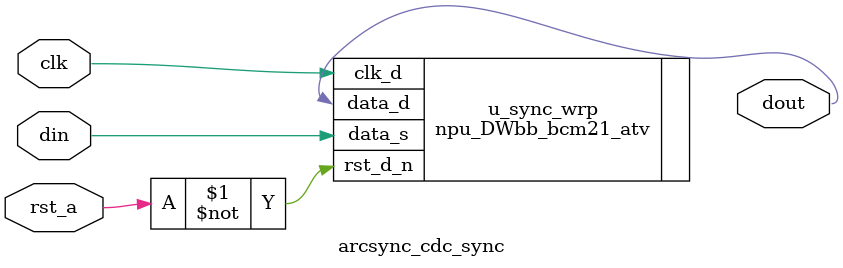
<source format=sv>
/*
 * Copyright (C) 2021-2023 Synopsys, Inc. All rights reserved.
 *
 * SYNOPSYS CONFIDENTIAL - This is an unpublished, confidential, and
 * proprietary work of Synopsys, Inc., and may be subject to patent,
 * copyright, trade secret, and other legal or contractual protection.
 * This work may be used only pursuant to the terms and conditions of a
 * written license agreement with Synopsys, Inc. All other use, reproduction,
 * distribution, or disclosure of this work is strictly prohibited.
 *
 * The entire notice above must be reproduced on all authorized copies.
 */

//----------------------------------------------------------------------------
// synchronizer
// ===========================================================================
//
// Description:
//
// Synchronizer for a clock-domain crossing input signal (async input).
// The number synchronizing FF levels is controlled by SYNC_FF_LEVELS.
//
// Note: This is a behavioral block that may be replaced by the RDF flow before
// synthesis. The replacement block instantiates the proper synchronizer cell
// of the synthesis library
//
// ===========================================================================

`include "arcsync_defines.v"

module arcsync_cdc_sync
  #(
  parameter int SYNC_FF_LEVELS = 2,     // Allowed values: 2, 3, 4
  parameter int WIDTH = 1
  )
  (
  input  logic              clk,        // target (receiving) clock domain clk
  input  logic              rst_a,
  input  logic  [WIDTH-1:0] din,        // async input
  output logic  [WIDTH-1:0] dout        // synchronized output
  );

`ifndef ARCSYNC_NO_DWBB_CDC_SYNC //  Use DesignWare building block by default

  // Use CDC Sync from npu_DWbb - may be replaced with
  // specialized cells during synthesis
  npu_DWbb_bcm21_atv #(
      .WIDTH(WIDTH),
      .F_SYNC_TYPE(SYNC_FF_LEVELS),
      .VERIF_EN(0),
      .SVA_TYPE(0),
      .TMR_CDC(0)
  ) u_sync_wrp (
    .rst_d_n        (~rst_a),
    .data_s         (din),
    .clk_d          (clk),
    .data_d         (dout)
  );

`else // CDC through serial FF

  // spyglass disable_block Ac_unsync01
  // spyglass disable_block Ac_unsync02
  // SMD: Unsynchronized Crossing

  logic [WIDTH-1:0] sample_meta;
  logic [WIDTH-1:0] sample_syncl;

  // spyglass disable_block W402b
  //SMD:Self generated reset
  //SJ :Ignore
  generate
    if (SYNC_FF_LEVELS==2) begin : GEN_FF2
      always_ff @(posedge clk or posedge rst_a) begin : cdc_sync_PROC
        if (rst_a == 1'b1) begin
          sample_meta  <= '0;
          sample_syncl <= '0;
        end
        else begin
          sample_meta <= din;
          sample_syncl <= sample_meta;
        end
      end : cdc_sync_PROC
    end : GEN_FF2
  // spyglass enable_block W402b

    else if (SYNC_FF_LEVELS==3) begin : GEN_FF3
      logic [WIDTH-1:0] sample_d1;
      always_ff @(posedge clk or posedge rst_a) begin : cdc_sync_PROC
        if (rst_a == 1'b1) begin
          sample_meta  <= '0;
          sample_syncl <= '0;
          sample_d1    <= '0;
        end
        else begin
          sample_meta  <= din;
          sample_d1    <= sample_meta;
          sample_syncl <= sample_d1;
        end
      end : cdc_sync_PROC
    end : GEN_FF3

    else if (SYNC_FF_LEVELS==4) begin : GEN_FF4
      logic [WIDTH-1:0] sample_d1;
      logic [WIDTH-1:0] sample_d2;
      always_ff @(posedge clk or posedge rst_a) begin : cdc_sync_PROC
        if (rst_a == 1'b1) begin
          sample_meta  <= '0;
          sample_syncl <= '0;
          sample_d1    <= '0;
          sample_d2    <= '0;
        end
        else begin
          sample_meta  <= din;
          sample_d1    <= sample_meta;
          sample_d2    <= sample_d1;
          sample_syncl <= sample_d2;
        end
      end : cdc_sync_PROC
    end : GEN_FF4

  endgenerate


  assign dout = sample_syncl;

  // spyglass enable_block Ac_unsync02
  // spyglass enable_block Ac_unsync01

`endif

endmodule

</source>
